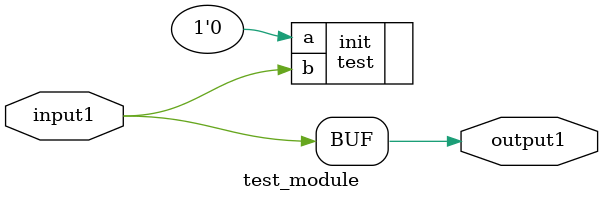
<source format=sv>
module test_module #(
    parameter param1 = 10,
    parameter param2 = 20
)
(
    input logic input1,
    output logic output1
);

assign output1 = input1;
localparam const1 = 32'd42;
logic [7:0] signal1;
test #(
    .p(param1)
) init (
    .a(1'd0),
    .b(input1)
);

endmodule

</source>
